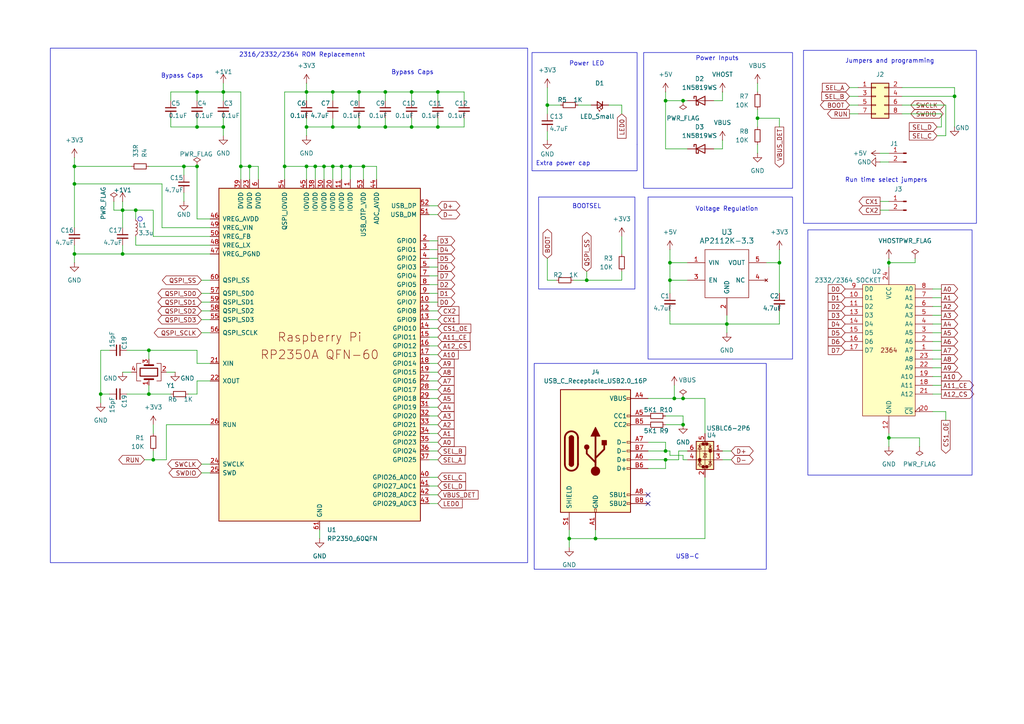
<source format=kicad_sch>
(kicad_sch (version 20250114) (generator "eeschema") (generator_version "9.0")
  (paper "A4")
  (title_block (title "One ROM") (date "2026-01-25") (rev "Fire 24 rev E") (company "piers.rocks") (comment 1 "(c) Piers Finlayson 2026"))
  (rectangle (start 234.315 66.675) (end 281.94 137.795))
  (circle (center 40.64 63.5) (radius 0.635))
  (rectangle (start 156.21 57.15) (end 184.15 83.82))
  (rectangle (start 184.785 41.91) (end 184.785 41.91))
  (rectangle (start 14.605 13.97) (end 153.035 163.195))
  (rectangle (start 154.94 105.41) (end 222.25 165.1))
  (rectangle (start 186.69 15.24) (end 229.87 54.61))
  (rectangle (start 233.045 14.605) (end 283.21 64.77))
  (rectangle (start 154.305 15.24) (end 184.785 49.53))
  (rectangle (start 187.96 57.15) (end 229.87 104.14))
  (text "Run time select jumpers" (at 257.048 52.324 0) (effects (font (size 1.27 1.27))))
  (text "Voltage Regulation" (at 210.82 60.706 0) (effects (font (size 1.27 1.27))))
  (text "Power Inputs" (at 208.026 17.018 0) (effects (font (size 1.27 1.27))))
  (text "USB-C" (at 199.39 161.544 0) (effects (font (size 1.27 1.27))))
  (text "Extra power cap" (at 163.322 47.498 0) (effects (font (size 1.27 1.27))))
  (text "2316/2332/2364 ROM Replacemennt" (at 87.63 16.002 0) (effects (font (size 1.27 1.27))))
  (text "Bypass Caps" (at 52.832 22.098 0) (effects (font (size 1.27 1.27))))
  (text "Power LED" (at 170.18 18.542 0) (effects (font (size 1.27 1.27))))
  (text "Bypass Caps" (at 119.634 21.082 0) (effects (font (size 1.27 1.27))))
  (text "BOOTSEL" (at 170.18 59.944 0) (effects (font (size 1.27 1.27))))
  (text "Jumpers and programming" (at 258.064 17.78 0) (effects (font (size 1.27 1.27))))
  (junction (at 35.56 60.96))
  (junction (at 193.04 133.35))
  (junction (at 21.59 48.26))
  (junction (at 21.59 73.66))
  (junction (at 104.14 36.83))
  (junction (at 198.12 123.19))
  (junction (at 104.14 26.67))
  (junction (at 82.55 48.26))
  (junction (at 96.52 36.83))
  (junction (at 257.81 127))
  (junction (at 219.71 34.29))
  (junction (at 72.39 48.26))
  (junction (at 119.38 26.67))
  (junction (at 57.15 36.83))
  (junction (at 43.18 114.3))
  (junction (at 111.76 36.83))
  (junction (at 29.21 114.3))
  (junction (at 170.18 81.28))
  (junction (at 35.56 73.66))
  (junction (at 69.85 48.26))
  (junction (at 64.77 26.67))
  (junction (at 165.1 156.21))
  (junction (at 257.81 76.2))
  (junction (at 194.31 76.2))
  (junction (at 193.04 130.81))
  (junction (at 96.52 48.26))
  (junction (at 88.9 26.67))
  (junction (at 57.15 26.67))
  (junction (at 105.41 48.26))
  (junction (at 91.44 48.26))
  (junction (at 210.82 93.98))
  (junction (at 99.06 48.26))
  (junction (at 21.59 53.34))
  (junction (at 101.6 48.26))
  (junction (at 88.9 48.26))
  (junction (at 158.75 30.48))
  (junction (at 194.31 81.28))
  (junction (at 93.98 48.26))
  (junction (at 53.34 48.26))
  (junction (at 44.45 133.35))
  (junction (at 198.12 115.57))
  (junction (at 127 26.67))
  (junction (at 195.58 115.57))
  (junction (at 88.9 36.83))
  (junction (at 193.04 29.21))
  (junction (at 127 36.83))
  (junction (at 96.52 26.67))
  (junction (at 119.38 36.83))
  (junction (at 39.37 60.96))
  (junction (at 64.77 36.83))
  (junction (at 111.76 26.67))
  (junction (at 198.12 29.21))
  (junction (at 172.72 156.21))
  (junction (at 226.06 76.2))
  (junction (at 57.15 48.26))
  (junction (at 276.86 27.94))
  (junction (at 43.18 101.6))
  (no_connect (at 187.96 146.05))
  (no_connect (at 187.96 143.51))
  (wire (pts (xy 226.06 76.2) (xy 226.06 85.09)))
  (wire (pts (xy 91.44 48.26) (xy 93.98 48.26)))
  (wire (pts (xy 180.34 30.48) (xy 180.34 33.02)))
  (wire (pts (xy 93.98 48.26) (xy 96.52 48.26)))
  (wire (pts (xy 265.43 76.2) (xy 257.81 76.2)))
  (wire (pts (xy 92.71 153.67) (xy 92.71 156.21)))
  (wire (pts (xy 44.45 68.58) (xy 60.96 68.58)))
  (wire (pts (xy 43.18 101.6) (xy 43.18 104.14)))
  (wire (pts (xy 104.14 29.21) (xy 104.14 26.67)))
  (wire (pts (xy 119.38 34.29) (xy 119.38 36.83)))
  (wire (pts (xy 270.51 96.52) (xy 273.05 96.52)))
  (wire (pts (xy 69.85 26.67) (xy 64.77 26.67)))
  (wire (pts (xy 58.42 92.71) (xy 60.96 92.71)))
  (wire (pts (xy 88.9 52.07) (xy 88.9 48.26)))
  (wire (pts (xy 165.1 153.67) (xy 165.1 156.21)))
  (wire (pts (xy 104.14 36.83) (xy 104.14 34.29)))
  (wire (pts (xy 246.38 30.48) (xy 248.92 30.48)))
  (wire (pts (xy 43.18 111.76) (xy 43.18 114.3)))
  (wire (pts (xy 187.96 128.27) (xy 193.04 128.27)))
  (wire (pts (xy 124.46 128.27) (xy 127 128.27)))
  (wire (pts (xy 219.71 24.13) (xy 219.71 26.67)))
  (wire (pts (xy 246.38 25.4) (xy 248.92 25.4)))
  (wire (pts (xy 194.31 93.98) (xy 210.82 93.98)))
  (wire (pts (xy 127 77.47) (xy 124.46 77.47)))
  (wire (pts (xy 49.53 26.67) (xy 49.53 29.21)))
  (wire (pts (xy 93.98 48.26) (xy 93.98 52.07)))
  (wire (pts (xy 99.06 48.26) (xy 99.06 52.07)))
  (wire (pts (xy 29.21 116.84) (xy 29.21 114.3)))
  (wire (pts (xy 101.6 52.07) (xy 101.6 48.26)))
  (wire (pts (xy 198.12 115.57) (xy 204.47 115.57)))
  (wire (pts (xy 21.59 48.26) (xy 21.59 53.34)))
  (wire (pts (xy 274.32 119.38) (xy 274.32 121.92)))
  (wire (pts (xy 209.55 26.67) (xy 209.55 29.21)))
  (wire (pts (xy 53.34 55.88) (xy 53.34 58.42)))
  (wire (pts (xy 127 146.05) (xy 124.46 146.05)))
  (wire (pts (xy 270.51 91.44) (xy 273.05 91.44)))
  (wire (pts (xy 119.38 26.67) (xy 127 26.67)))
  (wire (pts (xy 91.44 52.07) (xy 91.44 48.26)))
  (wire (pts (xy 57.15 36.83) (xy 64.77 36.83)))
  (wire (pts (xy 210.82 93.98) (xy 210.82 96.52)))
  (wire (pts (xy 276.86 27.94) (xy 276.86 25.4)))
  (wire (pts (xy 57.15 36.83) (xy 57.15 34.29)))
  (wire (pts (xy 246.38 27.94) (xy 248.92 27.94)))
  (wire (pts (xy 255.27 44.45) (xy 257.81 44.45)))
  (wire (pts (xy 35.56 60.96) (xy 35.56 66.04)))
  (wire (pts (xy 209.55 130.81) (xy 212.09 130.81)))
  (wire (pts (xy 196.85 130.81) (xy 199.39 130.81)))
  (wire (pts (xy 172.72 156.21) (xy 204.47 156.21)))
  (wire (pts (xy 187.96 115.57) (xy 195.58 115.57)))
  (wire (pts (xy 198.12 120.65) (xy 198.12 123.19)))
  (wire (pts (xy 57.15 110.49) (xy 60.96 110.49)))
  (wire (pts (xy 209.55 133.35) (xy 212.09 133.35)))
  (wire (pts (xy 158.75 30.48) (xy 158.75 33.02)))
  (wire (pts (xy 158.75 38.1) (xy 158.75 40.64)))
  (wire (pts (xy 198.12 133.35) (xy 199.39 133.35)))
  (wire (pts (xy 82.55 52.07) (xy 82.55 48.26)))
  (wire (pts (xy 58.42 96.52) (xy 60.96 96.52)))
  (wire (pts (xy 270.51 83.82) (xy 273.05 83.82)))
  (wire (pts (xy 39.37 71.12) (xy 39.37 68.58)))
  (wire (pts (xy 29.21 114.3) (xy 29.21 101.6)))
  (wire (pts (xy 273.05 36.83) (xy 273.05 33.02)))
  (wire (pts (xy 57.15 48.26) (xy 53.34 48.26)))
  (wire (pts (xy 104.14 26.67) (xy 111.76 26.67)))
  (wire (pts (xy 180.34 68.58) (xy 180.34 73.66)))
  (wire (pts (xy 96.52 34.29) (xy 96.52 36.83)))
  (wire (pts (xy 124.46 100.33) (xy 127 100.33)))
  (wire (pts (xy 36.83 114.3) (xy 43.18 114.3)))
  (wire (pts (xy 44.45 123.19) (xy 44.45 125.73)))
  (wire (pts (xy 46.99 53.34) (xy 21.59 53.34)))
  (wire (pts (xy 39.37 60.96) (xy 44.45 60.96)))
  (wire (pts (xy 57.15 26.67) (xy 64.77 26.67)))
  (wire (pts (xy 64.77 24.13) (xy 64.77 26.67)))
  (wire (pts (xy 226.06 93.98) (xy 226.06 90.17)))
  (wire (pts (xy 60.96 66.04) (xy 46.99 66.04)))
  (wire (pts (xy 74.93 48.26) (xy 72.39 48.26)))
  (wire (pts (xy 21.59 73.66) (xy 35.56 73.66)))
  (wire (pts (xy 158.75 25.4) (xy 158.75 30.48)))
  (wire (pts (xy 88.9 48.26) (xy 91.44 48.26)))
  (wire (pts (xy 127 69.85) (xy 124.46 69.85)))
  (wire (pts (xy 194.31 81.28) (xy 194.31 85.09)))
  (wire (pts (xy 35.56 71.12) (xy 35.56 73.66)))
  (wire (pts (xy 48.26 123.19) (xy 48.26 133.35)))
  (wire (pts (xy 127 138.43) (xy 124.46 138.43)))
  (wire (pts (xy 104.14 36.83) (xy 111.76 36.83)))
  (wire (pts (xy 124.46 95.25) (xy 127 95.25)))
  (wire (pts (xy 49.53 36.83) (xy 49.53 34.29)))
  (wire (pts (xy 35.56 107.95) (xy 38.1 107.95)))
  (wire (pts (xy 170.18 81.28) (xy 180.34 81.28)))
  (wire (pts (xy 255.27 46.99) (xy 257.81 46.99)))
  (wire (pts (xy 158.75 74.93) (xy 158.75 81.28)))
  (wire (pts (xy 270.51 88.9) (xy 273.05 88.9)))
  (wire (pts (xy 21.59 45.72) (xy 21.59 48.26)))
  (wire (pts (xy 222.25 76.2) (xy 226.06 76.2)))
  (wire (pts (xy 88.9 26.67) (xy 88.9 29.21)))
  (wire (pts (xy 119.38 36.83) (xy 127 36.83)))
  (wire (pts (xy 194.31 76.2) (xy 199.39 76.2)))
  (wire (pts (xy 53.34 48.26) (xy 53.34 50.8)))
  (wire (pts (xy 111.76 36.83) (xy 119.38 36.83)))
  (wire (pts (xy 219.71 34.29) (xy 226.06 34.29)))
  (wire (pts (xy 43.18 48.26) (xy 53.34 48.26)))
  (wire (pts (xy 193.04 29.21) (xy 193.04 43.18)))
  (wire (pts (xy 21.59 71.12) (xy 21.59 73.66)))
  (wire (pts (xy 58.42 87.63) (xy 60.96 87.63)))
  (wire (pts (xy 44.45 133.35) (xy 41.91 133.35)))
  (wire (pts (xy 261.62 27.94) (xy 276.86 27.94)))
  (wire (pts (xy 124.46 92.71) (xy 127 92.71)))
  (wire (pts (xy 29.21 101.6) (xy 31.75 101.6)))
  (wire (pts (xy 21.59 48.26) (xy 38.1 48.26)))
  (wire (pts (xy 219.71 41.91) (xy 219.71 44.45)))
  (wire (pts (xy 29.21 114.3) (xy 31.75 114.3)))
  (wire (pts (xy 158.75 81.28) (xy 161.29 81.28)))
  (wire (pts (xy 219.71 34.29) (xy 219.71 36.83)))
  (wire (pts (xy 35.56 73.66) (xy 60.96 73.66)))
  (wire (pts (xy 124.46 62.23) (xy 127 62.23)))
  (wire (pts (xy 64.77 26.67) (xy 64.77 29.21)))
  (wire (pts (xy 39.37 60.96) (xy 35.56 60.96)))
  (wire (pts (xy 194.31 76.2) (xy 194.31 81.28)))
  (wire (pts (xy 88.9 36.83) (xy 88.9 34.29)))
  (wire (pts (xy 127 140.97) (xy 124.46 140.97)))
  (wire (pts (xy 195.58 115.57) (xy 195.58 111.76)))
  (wire (pts (xy 124.46 59.69) (xy 127 59.69)))
  (wire (pts (xy 196.85 133.35) (xy 196.85 130.81)))
  (wire (pts (xy 255.27 60.96) (xy 257.81 60.96)))
  (wire (pts (xy 127 118.11) (xy 124.46 118.11)))
  (wire (pts (xy 21.59 73.66) (xy 21.59 76.2)))
  (wire (pts (xy 88.9 26.67) (xy 96.52 26.67)))
  (wire (pts (xy 195.58 115.57) (xy 198.12 115.57)))
  (wire (pts (xy 187.96 133.35) (xy 193.04 133.35)))
  (wire (pts (xy 39.37 60.96) (xy 39.37 63.5)))
  (wire (pts (xy 44.45 60.96) (xy 44.45 68.58)))
  (wire (pts (xy 124.46 107.95) (xy 127 107.95)))
  (wire (pts (xy 104.14 26.67) (xy 96.52 26.67)))
  (wire (pts (xy 58.42 134.62) (xy 60.96 134.62)))
  (wire (pts (xy 105.41 48.26) (xy 105.41 52.07)))
  (wire (pts (xy 180.34 30.48) (xy 176.53 30.48)))
  (wire (pts (xy 127 143.51) (xy 124.46 143.51)))
  (wire (pts (xy 88.9 24.13) (xy 88.9 26.67)))
  (wire (pts (xy 124.46 90.17) (xy 127 90.17)))
  (wire (pts (xy 48.26 133.35) (xy 44.45 133.35)))
  (wire (pts (xy 166.37 81.28) (xy 170.18 81.28)))
  (wire (pts (xy 127 26.67) (xy 134.62 26.67)))
  (wire (pts (xy 194.31 90.17) (xy 194.31 93.98)))
  (wire (pts (xy 127 36.83) (xy 134.62 36.83)))
  (wire (pts (xy 226.06 72.39) (xy 226.06 76.2)))
  (wire (pts (xy 124.46 113.03) (xy 127 113.03)))
  (wire (pts (xy 187.96 135.89) (xy 193.04 135.89)))
  (wire (pts (xy 82.55 26.67) (xy 82.55 48.26)))
  (wire (pts (xy 193.04 29.21) (xy 198.12 29.21)))
  (wire (pts (xy 276.86 25.4) (xy 261.62 25.4)))
  (wire (pts (xy 270.51 109.22) (xy 273.05 109.22)))
  (wire (pts (xy 124.46 102.87) (xy 127 102.87)))
  (wire (pts (xy 127 26.67) (xy 127 29.21)))
  (wire (pts (xy 57.15 101.6) (xy 57.15 105.41)))
  (wire (pts (xy 58.42 90.17) (xy 60.96 90.17)))
  (wire (pts (xy 270.51 119.38) (xy 274.32 119.38)))
  (wire (pts (xy 57.15 26.67) (xy 49.53 26.67)))
  (wire (pts (xy 193.04 133.35) (xy 196.85 133.35)))
  (wire (pts (xy 193.04 135.89) (xy 193.04 133.35)))
  (wire (pts (xy 210.82 93.98) (xy 226.06 93.98)))
  (wire (pts (xy 101.6 48.26) (xy 105.41 48.26)))
  (wire (pts (xy 36.83 101.6) (xy 43.18 101.6)))
  (wire (pts (xy 54.61 114.3) (xy 57.15 114.3)))
  (wire (pts (xy 49.53 36.83) (xy 57.15 36.83)))
  (wire (pts (xy 246.38 33.02) (xy 248.92 33.02)))
  (wire (pts (xy 134.62 26.67) (xy 134.62 29.21)))
  (wire (pts (xy 274.32 39.37) (xy 274.32 30.48)))
  (wire (pts (xy 270.51 93.98) (xy 273.05 93.98)))
  (wire (pts (xy 82.55 26.67) (xy 88.9 26.67)))
  (wire (pts (xy 270.51 111.76) (xy 273.05 111.76)))
  (wire (pts (xy 44.45 130.81) (xy 44.45 133.35)))
  (wire (pts (xy 119.38 26.67) (xy 119.38 29.21)))
  (wire (pts (xy 127 120.65) (xy 124.46 120.65)))
  (wire (pts (xy 72.39 48.26) (xy 69.85 48.26)))
  (wire (pts (xy 33.02 58.42) (xy 33.02 60.96)))
  (wire (pts (xy 35.56 58.42) (xy 35.56 60.96)))
  (wire (pts (xy 64.77 36.83) (xy 64.77 34.29)))
  (wire (pts (xy 219.71 31.75) (xy 219.71 34.29)))
  (wire (pts (xy 96.52 26.67) (xy 96.52 29.21)))
  (wire (pts (xy 270.51 101.6) (xy 273.05 101.6)))
  (wire (pts (xy 134.62 34.29) (xy 134.62 36.83)))
  (wire (pts (xy 276.86 27.94) (xy 276.86 36.83)))
  (wire (pts (xy 127 85.09) (xy 124.46 85.09)))
  (wire (pts (xy 257.81 125.73) (xy 257.81 127)))
  (wire (pts (xy 82.55 48.26) (xy 88.9 48.26)))
  (wire (pts (xy 33.02 60.96) (xy 35.56 60.96)))
  (wire (pts (xy 266.7 129.54) (xy 266.7 127)))
  (wire (pts (xy 105.41 48.26) (xy 109.22 48.26)))
  (wire (pts (xy 270.51 104.14) (xy 273.05 104.14)))
  (wire (pts (xy 57.15 105.41) (xy 60.96 105.41)))
  (wire (pts (xy 198.12 29.21) (xy 199.39 29.21)))
  (wire (pts (xy 271.78 39.37) (xy 274.32 39.37)))
  (wire (pts (xy 261.62 30.48) (xy 274.32 30.48)))
  (wire (pts (xy 194.31 130.81) (xy 194.31 132.08)))
  (wire (pts (xy 43.18 101.6) (xy 57.15 101.6)))
  (wire (pts (xy 209.55 40.64) (xy 209.55 43.18)))
  (wire (pts (xy 193.04 130.81) (xy 194.31 130.81)))
  (wire (pts (xy 193.04 120.65) (xy 198.12 120.65)))
  (wire (pts (xy 124.46 130.81) (xy 127 130.81)))
  (wire (pts (xy 96.52 36.83) (xy 104.14 36.83)))
  (wire (pts (xy 194.31 132.08) (xy 198.12 132.08)))
  (wire (pts (xy 209.55 29.21) (xy 207.01 29.21)))
  (wire (pts (xy 88.9 36.83) (xy 88.9 39.37)))
  (wire (pts (xy 124.46 105.41) (xy 127 105.41)))
  (wire (pts (xy 57.15 114.3) (xy 57.15 110.49)))
  (wire (pts (xy 180.34 78.74) (xy 180.34 81.28)))
  (wire (pts (xy 124.46 125.73) (xy 127 125.73)))
  (wire (pts (xy 193.04 128.27) (xy 193.04 130.81)))
  (wire (pts (xy 270.51 86.36) (xy 273.05 86.36)))
  (wire (pts (xy 266.7 127) (xy 257.81 127)))
  (wire (pts (xy 261.62 33.02) (xy 273.05 33.02)))
  (wire (pts (xy 257.81 74.93) (xy 257.81 76.2)))
  (wire (pts (xy 21.59 53.34) (xy 21.59 66.04)))
  (wire (pts (xy 124.46 115.57) (xy 127 115.57)))
  (wire (pts (xy 69.85 52.07) (xy 69.85 48.26)))
  (wire (pts (xy 226.06 34.29) (xy 226.06 36.83)))
  (wire (pts (xy 158.75 30.48) (xy 162.56 30.48)))
  (wire (pts (xy 265.43 74.93) (xy 265.43 76.2)))
  (wire (pts (xy 210.82 91.44) (xy 210.82 93.98)))
  (wire (pts (xy 257.81 76.2) (xy 257.81 77.47)))
  (wire (pts (xy 111.76 26.67) (xy 111.76 29.21)))
  (wire (pts (xy 60.96 71.12) (xy 39.37 71.12)))
  (wire (pts (xy 165.1 156.21) (xy 172.72 156.21)))
  (wire (pts (xy 43.18 114.3) (xy 49.53 114.3)))
  (wire (pts (xy 194.31 81.28) (xy 199.39 81.28)))
  (wire (pts (xy 209.55 43.18) (xy 207.01 43.18)))
  (wire (pts (xy 58.42 137.16) (xy 60.96 137.16)))
  (wire (pts (xy 193.04 43.18) (xy 199.39 43.18)))
  (wire (pts (xy 72.39 52.07) (xy 72.39 48.26)))
  (wire (pts (xy 271.78 36.83) (xy 273.05 36.83)))
  (wire (pts (xy 96.52 48.26) (xy 99.06 48.26)))
  (wire (pts (xy 127 87.63) (xy 124.46 87.63)))
  (wire (pts (xy 257.81 127) (xy 257.81 129.54)))
  (wire (pts (xy 127 123.19) (xy 124.46 123.19)))
  (wire (pts (xy 270.51 106.68) (xy 273.05 106.68)))
  (wire (pts (xy 187.96 130.81) (xy 193.04 130.81)))
  (wire (pts (xy 124.46 133.35) (xy 127 133.35)))
  (wire (pts (xy 127 82.55) (xy 124.46 82.55)))
  (wire (pts (xy 204.47 156.21) (xy 204.47 138.43)))
  (wire (pts (xy 48.26 123.19) (xy 60.96 123.19)))
  (wire (pts (xy 57.15 63.5) (xy 57.15 48.26)))
  (wire (pts (xy 255.27 58.42) (xy 257.81 58.42)))
  (wire (pts (xy 69.85 48.26) (xy 69.85 26.67)))
  (wire (pts (xy 60.96 63.5) (xy 57.15 63.5)))
  (wire (pts (xy 270.51 114.3) (xy 273.05 114.3)))
  (wire (pts (xy 48.26 107.95) (xy 50.8 107.95)))
  (wire (pts (xy 198.12 132.08) (xy 198.12 133.35)))
  (wire (pts (xy 193.04 123.19) (xy 198.12 123.19)))
  (wire (pts (xy 124.46 110.49) (xy 127 110.49)))
  (wire (pts (xy 64.77 36.83) (xy 64.77 39.37)))
  (wire (pts (xy 109.22 52.07) (xy 109.22 48.26)))
  (wire (pts (xy 193.04 26.67) (xy 193.04 29.21)))
  (wire (pts (xy 124.46 97.79) (xy 127 97.79)))
  (wire (pts (xy 111.76 26.67) (xy 119.38 26.67)))
  (wire (pts (xy 57.15 26.67) (xy 57.15 29.21)))
  (wire (pts (xy 96.52 52.07) (xy 96.52 48.26)))
  (wire (pts (xy 127 34.29) (xy 127 36.83)))
  (wire (pts (xy 165.1 156.21) (xy 165.1 158.75)))
  (wire (pts (xy 99.06 48.26) (xy 101.6 48.26)))
  (wire (pts (xy 270.51 99.06) (xy 273.05 99.06)))
  (wire (pts (xy 111.76 34.29) (xy 111.76 36.83)))
  (wire (pts (xy 46.99 66.04) (xy 46.99 53.34)))
  (wire (pts (xy 127 80.01) (xy 124.46 80.01)))
  (wire (pts (xy 58.42 81.28) (xy 60.96 81.28)))
  (wire (pts (xy 172.72 156.21) (xy 172.72 153.67)))
  (wire (pts (xy 204.47 115.57) (xy 204.47 125.73)))
  (wire (pts (xy 127 74.93) (xy 124.46 74.93)))
  (wire (pts (xy 167.64 30.48) (xy 171.45 30.48)))
  (wire (pts (xy 74.93 52.07) (xy 74.93 48.26)))
  (wire (pts (xy 194.31 72.39) (xy 194.31 76.2)))
  (wire (pts (xy 58.42 85.09) (xy 60.96 85.09)))
  (wire (pts (xy 170.18 78.74) (xy 170.18 81.28)))
  (wire (pts (xy 127 72.39) (xy 124.46 72.39)))
  (wire (pts (xy 96.52 36.83) (xy 88.9 36.83)))
  (global_label "A9" (shape output) (at 273.05 106.68 0) (property "Intersheetrefs" "${INTERSHEET_REFS}" (effects (hide yes))))
  (global_label "BOOT" (shape bidirectional) (at 246.38 30.48 180) (property "Intersheetrefs" "${INTERSHEET_REFS}" (effects (hide yes))))
  (global_label "SWCLK" (shape bidirectional) (at 58.42 134.62 180) (property "Intersheetrefs" "${INTERSHEET_REFS}" (effects (hide yes))))
  (global_label "SWDIO" (shape bidirectional) (at 264.16 33.02 0) (property "Intersheetrefs" "${INTERSHEET_REFS}" (effects (hide yes))))
  (global_label "A7" (shape input) (at 127 110.49 0) (property "Intersheetrefs" "${INTERSHEET_REFS}" (effects (hide yes))))
  (global_label "A11_CE" (shape input) (at 127 97.79 0) (property "Intersheetrefs" "${INTERSHEET_REFS}" (effects (hide yes))))
  (global_label "D+" (shape bidirectional) (at 212.09 130.81 0) (property "Intersheetrefs" "${INTERSHEET_REFS}" (effects (hide yes))))
  (global_label "A2" (shape output) (at 273.05 88.9 0) (property "Intersheetrefs" "${INTERSHEET_REFS}" (effects (hide yes))))
  (global_label "D6" (shape input) (at 245.11 99.06 180) (property "Intersheetrefs" "${INTERSHEET_REFS}" (effects (hide yes))))
  (global_label "D0" (shape input) (at 245.11 83.82 180) (property "Intersheetrefs" "${INTERSHEET_REFS}" (effects (hide yes))))
  (global_label "A0" (shape output) (at 273.05 83.82 0) (property "Intersheetrefs" "${INTERSHEET_REFS}" (effects (hide yes))))
  (global_label "QSPI_SD1" (shape bidirectional) (at 58.42 87.63 180) (property "Intersheetrefs" "${INTERSHEET_REFS}" (effects (hide yes))))
  (global_label "QSPI_SS" (shape bidirectional) (at 170.18 78.74 90) (property "Intersheetrefs" "${INTERSHEET_REFS}" (effects (hide yes))))
  (global_label "VBUS_DET" (shape input) (at 127 143.51 0) (property "Intersheetrefs" "${INTERSHEET_REFS}" (effects (hide yes))))
  (global_label "D2" (shape input) (at 245.11 88.9 180) (property "Intersheetrefs" "${INTERSHEET_REFS}" (effects (hide yes))))
  (global_label "A1" (shape output) (at 273.05 86.36 0) (property "Intersheetrefs" "${INTERSHEET_REFS}" (effects (hide yes))))
  (global_label "QSPI_SD3" (shape bidirectional) (at 58.42 92.71 180) (property "Intersheetrefs" "${INTERSHEET_REFS}" (effects (hide yes))))
  (global_label "D1" (shape input) (at 245.11 86.36 180) (property "Intersheetrefs" "${INTERSHEET_REFS}" (effects (hide yes))))
  (global_label "D7" (shape output) (at 127 80.01 0) (property "Intersheetrefs" "${INTERSHEET_REFS}" (effects (hide yes))))
  (global_label "SEL_D" (shape input) (at 271.78 36.83 180) (property "Intersheetrefs" "${INTERSHEET_REFS}" (effects (hide yes))))
  (global_label "QSPI_SD0" (shape bidirectional) (at 58.42 85.09 180) (property "Intersheetrefs" "${INTERSHEET_REFS}" (effects (hide yes))))
  (global_label "A3" (shape output) (at 273.05 91.44 0) (property "Intersheetrefs" "${INTERSHEET_REFS}" (effects (hide yes))))
  (global_label "A6" (shape output) (at 273.05 99.06 0) (property "Intersheetrefs" "${INTERSHEET_REFS}" (effects (hide yes))))
  (global_label "SEL_B" (shape input) (at 127 130.81 0) (property "Intersheetrefs" "${INTERSHEET_REFS}" (effects (hide yes))))
  (global_label "A6" (shape input) (at 127 113.03 0) (property "Intersheetrefs" "${INTERSHEET_REFS}" (effects (hide yes))))
  (global_label "D3" (shape output) (at 127 69.85 0) (property "Intersheetrefs" "${INTERSHEET_REFS}" (effects (hide yes))))
  (global_label "CX1" (shape input) (at 127 92.71 0) (property "Intersheetrefs" "${INTERSHEET_REFS}" (effects (hide yes))))
  (global_label "D0" (shape output) (at 127 87.63 0) (property "Intersheetrefs" "${INTERSHEET_REFS}" (effects (hide yes))))
  (global_label "D5" (shape output) (at 127 74.93 0) (property "Intersheetrefs" "${INTERSHEET_REFS}" (effects (hide yes))))
  (global_label "SWDIO" (shape bidirectional) (at 58.42 137.16 180) (property "Intersheetrefs" "${INTERSHEET_REFS}" (effects (hide yes))))
  (global_label "A12_CS" (shape input) (at 127 100.33 0) (property "Intersheetrefs" "${INTERSHEET_REFS}" (effects (hide yes))))
  (global_label "SEL_C" (shape input) (at 127 138.43 0) (property "Intersheetrefs" "${INTERSHEET_REFS}" (effects (hide yes))))
  (global_label "D-" (shape bidirectional) (at 127 62.23 0) (property "Intersheetrefs" "${INTERSHEET_REFS}" (effects (hide yes))))
  (global_label "A4" (shape output) (at 273.05 93.98 0) (property "Intersheetrefs" "${INTERSHEET_REFS}" (effects (hide yes))))
  (global_label "A9" (shape input) (at 127 105.41 0) (property "Intersheetrefs" "${INTERSHEET_REFS}" (effects (hide yes))))
  (global_label "A10" (shape input) (at 127 102.87 0) (property "Intersheetrefs" "${INTERSHEET_REFS}" (effects (hide yes))))
  (global_label "SEL_B" (shape input) (at 246.38 27.94 180) (property "Intersheetrefs" "${INTERSHEET_REFS}" (effects (hide yes))))
  (global_label "QSPI_SS" (shape bidirectional) (at 58.42 81.28 180) (property "Intersheetrefs" "${INTERSHEET_REFS}" (effects (hide yes))))
  (global_label "CX2" (shape output) (at 255.27 60.96 180) (property "Intersheetrefs" "${INTERSHEET_REFS}" (effects (hide yes))))
  (global_label "CX2" (shape input) (at 127 90.17 0) (property "Intersheetrefs" "${INTERSHEET_REFS}" (effects (hide yes))))
  (global_label "D7" (shape input) (at 245.11 101.6 180) (property "Intersheetrefs" "${INTERSHEET_REFS}" (effects (hide yes))))
  (global_label "RUN" (shape output) (at 246.38 33.02 180) (property "Intersheetrefs" "${INTERSHEET_REFS}" (effects (hide yes))))
  (global_label "D-" (shape bidirectional) (at 212.09 133.35 0) (property "Intersheetrefs" "${INTERSHEET_REFS}" (effects (hide yes))))
  (global_label "D4" (shape input) (at 245.11 93.98 180) (property "Intersheetrefs" "${INTERSHEET_REFS}" (effects (hide yes))))
  (global_label "A1" (shape input) (at 127 125.73 0) (property "Intersheetrefs" "${INTERSHEET_REFS}" (effects (hide yes))))
  (global_label "A7" (shape output) (at 273.05 101.6 0) (property "Intersheetrefs" "${INTERSHEET_REFS}" (effects (hide yes))))
  (global_label "SEL_A" (shape input) (at 127 133.35 0) (property "Intersheetrefs" "${INTERSHEET_REFS}" (effects (hide yes))))
  (global_label "D2" (shape output) (at 127 82.55 0) (property "Intersheetrefs" "${INTERSHEET_REFS}" (effects (hide yes))))
  (global_label "D+" (shape bidirectional) (at 127 59.69 0) (property "Intersheetrefs" "${INTERSHEET_REFS}" (effects (hide yes))))
  (global_label "LED0" (shape input) (at 180.34 33.02 270) (property "Intersheetrefs" "${INTERSHEET_REFS}" (effects (hide yes))))
  (global_label "A5" (shape input) (at 127 115.57 0) (property "Intersheetrefs" "${INTERSHEET_REFS}" (effects (hide yes))))
  (global_label "CX1" (shape output) (at 255.27 58.42 180) (property "Intersheetrefs" "${INTERSHEET_REFS}" (effects (hide yes))))
  (global_label "A0" (shape input) (at 127 128.27 0) (property "Intersheetrefs" "${INTERSHEET_REFS}" (effects (hide yes))))
  (global_label "BOOT" (shape bidirectional) (at 158.75 74.93 90) (property "Intersheetrefs" "${INTERSHEET_REFS}" (effects (hide yes))))
  (global_label "LED0" (shape input) (at 127 146.05 0) (property "Intersheetrefs" "${INTERSHEET_REFS}" (effects (hide yes))))
  (global_label "SWCLK" (shape bidirectional) (at 264.16 30.48 0) (property "Intersheetrefs" "${INTERSHEET_REFS}" (effects (hide yes))))
  (global_label "QSPI_SD2" (shape bidirectional) (at 58.42 90.17 180) (property "Intersheetrefs" "${INTERSHEET_REFS}" (effects (hide yes))))
  (global_label "A5" (shape output) (at 273.05 96.52 0) (property "Intersheetrefs" "${INTERSHEET_REFS}" (effects (hide yes))))
  (global_label "A2" (shape input) (at 127 123.19 0) (property "Intersheetrefs" "${INTERSHEET_REFS}" (effects (hide yes))))
  (global_label "D1" (shape output) (at 127 85.09 0) (property "Intersheetrefs" "${INTERSHEET_REFS}" (effects (hide yes))))
  (global_label "A8" (shape output) (at 273.05 104.14 0) (property "Intersheetrefs" "${INTERSHEET_REFS}" (effects (hide yes))))
  (global_label "D4" (shape output) (at 127 72.39 0) (property "Intersheetrefs" "${INTERSHEET_REFS}" (effects (hide yes))))
  (global_label "A12_CS" (shape output) (at 273.05 114.3 0) (property "Intersheetrefs" "${INTERSHEET_REFS}" (effects (hide yes))))
  (global_label "SEL_C" (shape input) (at 271.78 39.37 180) (property "Intersheetrefs" "${INTERSHEET_REFS}" (effects (hide yes))))
  (global_label "A10" (shape output) (at 273.05 109.22 0) (property "Intersheetrefs" "${INTERSHEET_REFS}" (effects (hide yes))))
  (global_label "CS1_OE" (shape output) (at 274.32 121.92 270) (property "Intersheetrefs" "${INTERSHEET_REFS}" (effects (hide yes))))
  (global_label "RUN" (shape bidirectional) (at 41.91 133.35 180) (property "Intersheetrefs" "${INTERSHEET_REFS}" (effects (hide yes))))
  (global_label "SEL_A" (shape input) (at 246.38 25.4 180) (property "Intersheetrefs" "${INTERSHEET_REFS}" (effects (hide yes))))
  (global_label "A11_CE" (shape output) (at 273.05 111.76 0) (property "Intersheetrefs" "${INTERSHEET_REFS}" (effects (hide yes))))
  (global_label "VBUS_DET" (shape output) (at 226.06 36.83 270) (property "Intersheetrefs" "${INTERSHEET_REFS}" (effects (hide yes))))
  (global_label "D6" (shape output) (at 127 77.47 0) (property "Intersheetrefs" "${INTERSHEET_REFS}" (effects (hide yes))))
  (global_label "CS1_OE" (shape input) (at 127 95.25 0) (property "Intersheetrefs" "${INTERSHEET_REFS}" (effects (hide yes))))
  (global_label "QSPI_SCLK" (shape bidirectional) (at 58.42 96.52 180) (property "Intersheetrefs" "${INTERSHEET_REFS}" (effects (hide yes))))
  (global_label "A4" (shape input) (at 127 118.11 0) (property "Intersheetrefs" "${INTERSHEET_REFS}" (effects (hide yes))))
  (global_label "D5" (shape input) (at 245.11 96.52 180) (property "Intersheetrefs" "${INTERSHEET_REFS}" (effects (hide yes))))
  (global_label "SEL_D" (shape input) (at 127 140.97 0) (property "Intersheetrefs" "${INTERSHEET_REFS}" (effects (hide yes))))
  (global_label "A3" (shape input) (at 127 120.65 0) (property "Intersheetrefs" "${INTERSHEET_REFS}" (effects (hide yes))))
  (global_label "D3" (shape input) (at 245.11 91.44 180) (property "Intersheetrefs" "${INTERSHEET_REFS}" (effects (hide yes))))
  (global_label "A8" (shape input) (at 127 107.95 0) (property "Intersheetrefs" "${INTERSHEET_REFS}" (effects (hide yes))))
  (symbol (lib_id "power:GND") (at 53.34 58.42 0) (unit 1)
    (property "Reference" "#PWR025" (effects (hide yes)))
    (property "Value" "GND" (at 53.34 62.23 0))
    (property "Description" "Power symbol creates a global label with name \"GND\" , ground" (effects (hide yes)))
  )
  (symbol (lib_id "Device:R_Small") (at 163.83 81.28 90) (unit 1)
    (property "Reference" "R2" (at 161.798 79.756 90))
    (property "Value" "1K" (at 166.37 79.756 90))
    (property "Footprint" "Resistor_SMD:R_0201_0603Metric" (effects (hide yes)))
    (property "Description" "Resistor, small symbol" (effects (hide yes)))
    (property "Comment" "0201WMF1001TEE" (effects (hide yes)))
    (property "LCSC" "C270365" (effects (hide yes)))
    (property "Price(10)" "$0.0007" (effects (hide yes)))
  )
  (symbol (lib_id "Device:C_Small") (at 21.59 68.58 0) (mirror y) (unit 1)
    (property "Reference" "C16" (at 17.526 66.802 0) (effects (justify right)))
    (property "Value" "4.7uF" (at 16.002 70.358 0) (effects (justify right)))
    (property "Footprint" "RP2350_60QFN_minimal:C_0402_1005Metric_small_pads" (effects (hide yes)))
    (property "Description" "Unpolarized capacitor, small symbol" (effects (hide yes)))
    (property "Comment" "Samsung Electro-Mechanics CL05A475MP5NRNC" (effects (hide yes)))
    (property "LCSC" "C23733" (effects (hide yes)))
    (property "Price(10)" "$0.0048" (effects (hide yes)))
  )
  (symbol (lib_id "power:GND") (at 276.86 36.83 0) (unit 1)
    (property "Reference" "#PWR012" (effects (hide yes)))
    (property "Value" "GND" (at 279.146 37.084 0))
    (property "Description" "Power symbol creates a global label with name \"GND\" , ground" (effects (hide yes)))
  )
  (symbol (lib_id "Device:C_Small") (at 134.62 31.75 0) (mirror y) (unit 1)
    (property "Reference" "C12" (at 131.826 29.972 0) (effects (justify right)))
    (property "Value" "0.1uF" (at 129.794 33.528 0) (effects (justify right)))
    (property "Footprint" "Capacitor_SMD:C_0201_0603Metric" (effects (hide yes)))
    (property "Description" "Unpolarized capacitor, small symbol" (effects (hide yes)))
    (property "Comment" "GRM033Z71C104KE14D" (effects (hide yes)))
    (property "LCSC" "C668346" (effects (hide yes)))
    (property "Price(10)" "$0.0061" (effects (hide yes)))
  )
  (symbol (lib_id "Device:C_Small") (at 88.9 31.75 0) (mirror y) (unit 1)
    (property "Reference" "C6" (at 86.106 29.972 0) (effects (justify right)))
    (property "Value" "0.1uF" (at 84.074 33.528 0) (effects (justify right)))
    (property "Footprint" "Capacitor_SMD:C_0201_0603Metric" (effects (hide yes)))
    (property "Description" "Unpolarized capacitor, small symbol" (effects (hide yes)))
    (property "Comment" "GRM033Z71C104KE14D" (effects (hide yes)))
    (property "LCSC" "C668346" (effects (hide yes)))
    (property "Price(10)" "$0.0061" (effects (hide yes)))
  )
  (symbol (lib_id "power:GND") (at 29.21 116.84 0) (unit 1)
    (property "Reference" "#PWR029" (effects (hide yes)))
    (property "Value" "GND" (at 29.21 121.92 0))
    (property "Description" "Power symbol creates a global label with name \"GND\" , ground" (effects (hide yes)))
  )
  (symbol (lib_id "power:PWR_FLAG") (at 265.43 74.93 0) (unit 1)
    (property "Reference" "#FLG01" (effects (hide yes)))
    (property "Value" "PWR_FLAG" (at 265.43 69.85 0))
    (property "Description" "Special symbol for telling ERC where power comes from" (effects (hide yes)))
  )
  (symbol (lib_id "Device:LED_Small") (at 173.99 30.48 180) (unit 1)
    (property "Reference" "D1" (at 173.9265 24.13 0))
    (property "Value" "LED_Small" (at 173.228 33.782 0))
    (property "Footprint" "LED_SMD:LED_0402_1005Metric" (effects (hide yes)))
    (property "Description" "Light emitting diode, small symbol" (effects (hide yes)))
    (property "Comment" "XL-1005SURC" (effects (hide yes)))
    (property "LCSC" "C25503345" (effects (hide yes)))
    (property "Price(10)" "$0.0084" (effects (hide yes)))
  )
  (symbol (lib_id "Connector_Generic:Conn_02x04_Odd_Even") (at 254 27.94 0) (unit 1)
    (property "Reference" "J2" (at 255.27 21.59 0))
    (property "Value" "Conn_02x04_Odd_Even" (effects (hide yes)))
    (property "Footprint" "piers footprints:PinHeader_2x04_P2.54mm_Vertical custom silkscreen" (effects (hide yes)))
    (property "Description" "Generic connector, double row, 02x04, odd/even pin numbering scheme (row 1 odd numbers, row 2 even numbers), script generated (kicad-library-utils/schlib/autogen/connector/)" (effects (hide yes)))
  )
  (symbol (lib_id "Connector:Conn_01x02_Pin") (at 262.89 58.42 0) (mirror y) (unit 1)
    (property "Reference" "J3" (at 259.334 54.864 0) (effects (justify right)))
    (property "Value" "Conn_01x02_Pin" (effects (hide yes)))
    (property "Footprint" "Connector_PinHeader_2.54mm:PinHeader_1x02_P2.54mm_Vertical" (effects (hide yes)))
    (property "Description" "Generic connector, single row, 01x02, script generated" (effects (hide yes)))
  )
  (symbol (lib_id "Device:C_Small") (at 49.53 31.75 0) (unit 1)
    (property "Reference" "C5" (at 52.324 29.972 0) (effects (justify right)))
    (property "Value" "0.1uF" (at 54.356 33.528 0) (effects (justify right)))
    (property "Footprint" "Capacitor_SMD:C_0201_0603Metric" (effects (hide yes)))
    (property "Description" "Unpolarized capacitor, small symbol" (effects (hide yes)))
    (property "Comment" "GRM033Z71C104KE14D" (effects (hide yes)))
    (property "LCSC" "C668346" (effects (hide yes)))
    (property "Price(10)" "$0.0061" (effects (hide yes)))
  )
  (symbol (lib_id "RP:RP2350_60QFN") (at 92.71 102.87 0) (unit 1)
    (property "Reference" "U1" (at 94.8533 153.67 0) (effects (justify left)))
    (property "Value" "RP2350_60QFN" (at 94.8533 156.21 0) (effects (justify left)))
    (property "Footprint" "RP2350_60QFN_minimal:RP2350-QFN-60-1EP_7x7_P0.4mm_EP3.4x3.4mm_ThermalVias" (effects (hide yes)))
    (property "LCSC" " C41378174" (effects (hide yes)))
    (property "Comment" "Raspberry Pi RP2354A" (effects (hide yes)))
    (property "Price(10)" "$1.4483" (effects (hide yes)))
  )
  (symbol (lib_id "power:GND") (at 219.71 44.45 0) (unit 1)
    (property "Reference" "#PWR03" (effects (hide yes)))
    (property "Value" "GND" (at 219.71 49.53 0))
    (property "Description" "Power symbol creates a global label with name \"GND\" , ground" (effects (hide yes)))
  )
  (symbol (lib_id "Device:C_Small") (at 96.52 31.75 0) (unit 1)
    (property "Reference" "C7" (at 95.758 29.972 0) (effects (justify right)))
    (property "Value" "4.7uF" (at 95.504 33.528 0) (effects (justify right)))
    (property "Footprint" "Capacitor_SMD:C_0402_1005Metric" (effects (hide yes)))
    (property "Description" "Unpolarized capacitor, small symbol" (effects (hide yes)))
    (property "Comment" "Samsung Electro-Mechanics CL05A475MP5NRNC" (effects (hide yes)))
    (property "LCSC" "C23733" (effects (hide yes)))
    (property "Price(10)" "$0.0048" (effects (hide yes)))
  )
  (symbol (lib_id "power:+3V3") (at 180.34 68.58 0) (unit 1)
    (property "Reference" "#PWR021" (effects (hide yes)))
    (property "Value" "+3V3" (at 180.34 63.5 0))
    (property "Description" "Power symbol creates a global label with name \"+3V3\"" (effects (hide yes)))
  )
  (symbol (lib_id "power:GND") (at 21.59 76.2 0) (unit 1)
    (property "Reference" "#PWR024" (effects (hide yes)))
    (property "Value" "GND" (at 21.59 81.28 0))
    (property "Description" "Power symbol creates a global label with name \"GND\" , ground" (effects (hide yes)))
  )
  (symbol (lib_id "Device:R_Small") (at 190.5 120.65 270) (mirror x) (unit 1)
    (property "Reference" "R10" (at 191.262 118.872 90) (effects (justify left)))
    (property "Value" "5K1" (at 186.69 118.872 90) (effects (justify left)))
    (property "Footprint" "Resistor_SMD:R_0201_0603Metric" (effects (hide yes)))
    (property "Description" "Resistor, small symbol" (effects (hide yes)))
    (property "Comment" "0201WMF5101TEE" (effects (hide yes)))
    (property "LCSC" "C270344" (effects (hide yes)))
    (property "Price(10)" "$0.0008" (effects (hide yes)))
  )
  (symbol (lib_id "power:GND") (at 165.1 158.75 0) (unit 1)
    (property "Reference" "#PWR010" (effects (hide yes)))
    (property "Value" "GND" (at 165.1 163.83 0))
    (property "Description" "Power symbol creates a global label with name \"GND\" , ground" (effects (hide yes)))
  )
  (symbol (lib_id "Device:R_Small") (at 219.71 39.37 0) (mirror y) (unit 1)
    (property "Reference" "R8" (at 217.17 38.0999 0) (effects (justify left)))
    (property "Value" "10K" (at 217.17 40.6399 0) (effects (justify left)))
    (property "Footprint" "Resistor_SMD:R_0201_0603Metric" (effects (hide yes)))
    (property "Description" "Resistor, small symbol" (effects (hide yes)))
    (property "Comment" "0201WMF1002TEE" (effects (hide yes)))
    (property "LCSC" "C473048" (effects (hide yes)))
    (property "Price(10)" "$0.0008" (effects (hide yes)))
  )
  (symbol (lib_id "power:+5V") (at 255.27 44.45 90) (unit 1)
    (property "Reference" "#PWR019" (effects (hide yes)))
    (property "Value" "+5V" (at 251.46 44.4499 90) (effects (justify left)))
    (property "Description" "Power symbol creates a global label with name \"+5V\"" (effects (hide yes)))
  )
  (symbol (lib_id "Device:R_Small") (at 44.45 128.27 0) (mirror y) (unit 1)
    (property "Reference" "R1" (at 41.91 126.9999 0) (effects (justify left)))
    (property "Value" "10K" (at 41.91 129.5399 0) (effects (justify left)))
    (property "Footprint" "Resistor_SMD:R_0201_0603Metric" (effects (hide yes)))
    (property "Description" "Resistor, small symbol" (effects (hide yes)))
    (property "Comment" "0201WMF1002TEE" (effects (hide yes)))
    (property "LCSC" "C473048" (effects (hide yes)))
    (property "Price(10)" "$0.0008" (effects (hide yes)))
  )
  (symbol (lib_id "power:PWR_FLAG") (at 198.12 29.21 180) (unit 1)
    (property "Reference" "#FLG05" (effects (hide yes)))
    (property "Value" "PWR_FLAG" (at 198.12 34.29 0))
    (property "Description" "Special symbol for telling ERC where power comes from" (effects (hide yes)))
  )
  (symbol (lib_id "power:GND") (at 64.77 39.37 0) (mirror y) (unit 1)
    (property "Reference" "#PWR011" (effects (hide yes)))
    (property "Value" "GND" (at 64.77 44.45 0))
    (property "Description" "Power symbol creates a global label with name \"GND\" , ground" (effects (hide yes)))
  )
  (symbol (lib_id "power:+1V1") (at 64.77 24.13 0) (unit 1)
    (property "Reference" "#PWR08" (effects (hide yes)))
    (property "Value" "+1V1" (at 64.77 20.828 0))
    (property "Description" "Power symbol creates a global label with name \"+1V1\"" (effects (hide yes)))
  )
  (symbol (lib_id "Device:Crystal_GND24") (at 43.18 107.95 270) (mirror x) (unit 1)
    (property "Reference" "Y1" (at 49.53 111.8302 90))
    (property "Value" "Crystal_GND24" (effects (hide yes)))
    (property "Footprint" "Crystal:Crystal_SMD_Abracon_ABM8G-4Pin_3.2x2.5mm" (effects (hide yes)))
    (property "Description" "Four pin crystal, GND on pins 2 and 4" (effects (hide yes)))
    (property "LCSC" "C20625731" (effects (hide yes)))
    (property "Comment" "Abracon LLC ABM8-272-T3" (effects (hide yes)))
    (property "Price(10)" "$0.4200" (effects (hide yes)))
  )
  (symbol (lib_id "Device:C_Small") (at 64.77 31.75 0) (unit 1)
    (property "Reference" "C3" (at 67.564 29.972 0) (effects (justify right)))
    (property "Value" "0.1uF" (at 69.596 33.528 0) (effects (justify right)))
    (property "Footprint" "Capacitor_SMD:C_0201_0603Metric" (effects (hide yes)))
    (property "Description" "Unpolarized capacitor, small symbol" (effects (hide yes)))
    (property "Comment" "GRM033Z71C104KE14D" (effects (hide yes)))
    (property "LCSC" "C668346" (effects (hide yes)))
    (property "Price(10)" "$0.0061" (effects (hide yes)))
  )
  (symbol (lib_id "power:+5V") (at 194.31 72.39 0) (unit 1)
    (property "Reference" "#PWR04" (effects (hide yes)))
    (property "Value" "+5V" (at 194.31 67.31 0))
    (property "Description" "Power symbol creates a global label with name \"+5V\"" (effects (hide yes)))
  )
  (symbol (lib_id "Device:R_Small") (at 219.71 29.21 0) (mirror y) (unit 1)
    (property "Reference" "R7" (at 217.17 27.9399 0) (effects (justify left)))
    (property "Value" "10K" (at 217.17 30.4799 0) (effects (justify left)))
    (property "Footprint" "Resistor_SMD:R_0201_0603Metric" (effects (hide yes)))
    (property "Description" "Resistor, small symbol" (effects (hide yes)))
    (property "Comment" "0201WMF1002TEE" (effects (hide yes)))
    (property "LCSC" "C473048" (effects (hide yes)))
    (property "Price(10)" "$0.0008" (effects (hide yes)))
  )
  (symbol (lib_id "power:GND") (at 158.75 40.64 0) (unit 1)
    (property "Reference" "#PWR09" (effects (hide yes)))
    (property "Value" "GND" (at 158.75 44.704 0))
    (property "Description" "Power symbol creates a global label with name \"GND\" , ground" (effects (hide yes)))
  )
  (symbol (lib_id "Diode:1N5819WS") (at 203.2 29.21 0) (unit 1)
    (property "Reference" "D2" (at 202.8825 22.86 0))
    (property "Value" "1N5819WS" (at 202.8825 25.4 0))
    (property "Footprint" "Diode_SMD:D_SOD-323" (effects (hide yes)))
    (property "LCSC" "C191023" (effects (hide yes)))
  )
  (symbol (lib_id "Device:C_Small") (at 158.75 35.56 0) (unit 1)
    (property "Reference" "C13" (at 163.322 33.782 0) (effects (justify right)))
    (property "Value" "4.7uF" (at 164.846 37.338 0) (effects (justify right)))
    (property "Footprint" "Capacitor_SMD:C_0402_1005Metric" (effects (hide yes)))
    (property "Description" "Unpolarized capacitor, small symbol" (effects (hide yes)))
    (property "Comment" "Samsung Electro-Mechanics CL05A475MP5NRNC" (effects (hide yes)))
    (property "LCSC" "C23733" (effects (hide yes)))
    (property "Price(10)" "$0.0048" (effects (hide yes)))
  )
  (symbol (lib_id "Connector:USB_C_Receptacle_USB2.0_16P") (at 172.72 130.81 0) (unit 1)
    (property "Reference" "J4" (at 172.72 107.95 0))
    (property "Value" "USB_C_Receptacle_USB2.0_16P" (at 172.72 110.49 0))
    (property "Footprint" "piers retro:USB_C_connector_c2765186" (effects (hide yes)))
    (property "Datasheet" "https://www.usb.org/sites/default/files/documents/usb_type-c.zip" (effects (hide yes)))
    (property "Description" "USB 2.0-only 16P Type-C Receptacle connector" (effects (hide yes)))
    (property "LCSC" "C2765186" (effects (hide yes)))
  )
  (symbol (lib_id "power:+3V3") (at 44.45 123.19 0) (unit 1)
    (property "Reference" "#PWR032" (effects (hide yes)))
    (property "Value" "+3V3" (at 44.45 118.11 0))
    (property "Description" "Power symbol creates a global label with name \"+3V3\"" (effects (hide yes)))
  )
  (symbol (lib_id "power:GND") (at 198.12 123.19 0) (unit 1)
    (property "Reference" "#PWR022" (effects (hide yes)))
    (property "Value" "GND" (at 198.12 128.27 0))
    (property "Description" "Power symbol creates a global label with name \"GND\" , ground" (effects (hide yes)))
  )
  (symbol (lib_id "Connector:Conn_01x02_Pin") (at 262.89 44.45 0) (mirror y) (unit 1)
    (property "Reference" "J1" (at 259.334 41.656 0))
    (property "Value" "Conn_01x02_Pin" (effects (hide yes)))
    (property "Footprint" "Connector_PinHeader_2.54mm:PinHeader_1x02_P2.54mm_Vertical" (effects (hide yes)))
    (property "Description" "Generic connector, single row, 01x02, script generated" (effects (hide yes)))
  )
  (symbol (lib_id "power:+5V") (at 219.71 24.13 0) (unit 1)
    (property "Reference" "#PWR06" (effects (hide yes)))
    (property "Value" "VBUS" (at 219.71 19.05 0))
    (property "Description" "Power symbol creates a global label with name \"+5V\"" (effects (hide yes)))
  )
  (symbol (lib_id "Device:C_Small") (at 57.15 31.75 0) (unit 1)
    (property "Reference" "C4" (at 59.944 29.972 0) (effects (justify right)))
    (property "Value" "0.1uF" (at 61.976 33.528 0) (effects (justify right)))
    (property "Footprint" "Capacitor_SMD:C_0201_0603Metric" (effects (hide yes)))
    (property "Description" "Unpolarized capacitor, small symbol" (effects (hide yes)))
    (property "Comment" "GRM033Z71C104KE14D" (effects (hide yes)))
    (property "LCSC" "C668346" (effects (hide yes)))
    (property "Price(10)" "$0.0061" (effects (hide yes)))
  )
  (symbol (lib_id "Device:R_Small") (at 180.34 76.2 0) (mirror y) (unit 1)
    (property "Reference" "R3" (at 177.8 74.9299 0) (effects (justify left)))
    (property "Value" "10K" (at 177.8 77.4699 0) (effects (justify left)))
    (property "Footprint" "Resistor_SMD:R_0201_0603Metric" (effects (hide yes)))
    (property "Description" "Resistor, small symbol" (effects (hide yes)))
    (property "Comment" "0201WMF1002TEE" (effects (hide yes)))
    (property "LCSC" "C473048" (effects (hide yes)))
    (property "Price(10)" "$0.0008" (effects (hide yes)))
  )
  (symbol (lib_id "Device:R_Small") (at 190.5 123.19 270) (unit 1)
    (property "Reference" "R9" (at 191.262 124.968 90) (effects (justify left)))
    (property "Value" "5K1" (at 186.69 124.968 90) (effects (justify left)))
    (property "Footprint" "Resistor_SMD:R_0201_0603Metric" (effects (hide yes)))
    (property "Description" "Resistor, small symbol" (effects (hide yes)))
    (property "Comment" "0201WMF5101TEE" (effects (hide yes)))
    (property "LCSC" "C270344" (effects (hide yes)))
    (property "Price(10)" "$0.0008" (effects (hide yes)))
  )
  (symbol (lib_id "Device:C_Small") (at 127 31.75 0) (mirror y) (unit 1)
    (property "Reference" "C11" (at 124.206 29.972 0) (effects (justify right)))
    (property "Value" "0.1uF" (at 122.174 33.528 0) (effects (justify right)))
    (property "Footprint" "Capacitor_SMD:C_0201_0603Metric" (effects (hide yes)))
    (property "Description" "Unpolarized capacitor, small symbol" (effects (hide yes)))
    (property "Comment" "GRM033Z71C104KE14D" (effects (hide yes)))
    (property "LCSC" "C668346" (effects (hide yes)))
    (property "Price(10)" "$0.0061" (effects (hide yes)))
  )
  (symbol (lib_id "power:GND") (at 92.71 156.21 0) (unit 1)
    (property "Reference" "#PWR020" (effects (hide yes)))
    (property "Value" "GND" (at 92.71 161.29 0))
    (property "Description" "Power symbol creates a global label with name \"GND\" , ground" (effects (hide yes)))
  )
  (symbol (lib_id "power:GND") (at 35.56 107.95 0) (mirror y) (unit 1)
    (property "Reference" "#PWR028" (effects (hide yes)))
    (property "Value" "GND" (at 32.004 109.728 0))
    (property "Description" "Power symbol creates a global label with name \"GND\" , ground" (effects (hide yes)))
  )
  (symbol (lib_id "piers_old:RT9013") (at 210.82 81.28 0) (unit 1)
    (property "Reference" "U3" (at 210.82 67.31 0) (effects (font (size 1.524 1.524))))
    (property "Value" "AP2112K-3.3" (at 210.82 69.85 0) (effects (font (size 1.524 1.524))))
    (property "Footprint" "Package_TO_SOT_SMD:SOT-23-5" (effects (hide yes)))
    (property "Comment" "Diodes Incorporated AP2112K-3.3TRG1" (effects (hide yes)))
    (property "LCSC" "C51118" (effects (hide yes)))
    (property "Price(10)" "$0.1059" (effects (hide yes)))
  )
  (symbol (lib_id "Device:C_Small") (at 34.29 114.3 270) (unit 1)
    (property "Reference" "C19" (at 36.068 118.364 0) (effects (justify right)))
    (property "Value" "15pF" (at 32.512 119.888 0) (effects (justify right)))
    (property "Footprint" "Capacitor_SMD:C_0201_0603Metric" (effects (hide yes)))
    (property "Description" "Unpolarized capacitor, small symbol" (effects (hide yes)))
    (property "Comment" "GRM0335C1H150JA01D" (effects (hide yes)))
    (property "LCSC" "C85891" (effects (hide yes)))
    (property "Price(10)" "$0.0018" (effects (hide yes)))
  )
  (symbol (lib_id "Device:C_Small") (at 194.31 87.63 0) (mirror y) (unit 1)
    (property "Reference" "C1" (at 191.516 85.852 0) (effects (justify right)))
    (property "Value" "4.7uF" (at 189.484 89.408 0) (effects (justify right)))
    (property "Footprint" "Capacitor_SMD:C_0402_1005Metric" (effects (hide yes)))
    (property "Description" "Unpolarized capacitor, small symbol" (effects (hide yes)))
    (property "Comment" "Samsung Electro-Mechanics CL05A475MP5NRNC" (effects (hide yes)))
    (property "LCSC" "C23733" (effects (hide yes)))
    (property "Price(10)" "$0.0048" (effects (hide yes)))
  )
  (symbol (lib_id "power:GND") (at 255.27 46.99 270) (unit 1)
    (property "Reference" "#PWR018" (effects (hide yes)))
    (property "Value" "GND" (at 250.698 46.99 90))
    (property "Description" "Power symbol creates a global label with name \"GND\" , ground" (effects (hide yes)))
  )
  (symbol (lib_id "power:PWR_FLAG") (at 266.7 129.54 0) (mirror x) (unit 1)
    (property "Reference" "#FLG02" (effects (hide yes)))
    (property "Value" "PWR_FLAG" (at 266.7 134.62 0))
    (property "Description" "Special symbol for telling ERC where power comes from" (effects (hide yes)))
  )
  (symbol (lib_id "power:+5V") (at 257.81 74.93 0) (unit 1)
    (property "Reference" "#PWR01" (effects (hide yes)))
    (property "Value" "VHOST" (at 257.81 69.85 0))
    (property "Description" "Power symbol creates a global label with name \"+5V\"" (effects (hide yes)))
  )
  (symbol (lib_id "Diode:1N5819WS") (at 203.2 43.18 0) (unit 1)
    (property "Reference" "D3" (at 202.8825 36.83 0))
    (property "Value" "1N5819WS" (at 202.8825 39.37 0))
    (property "Footprint" "Diode_SMD:D_SOD-323" (effects (hide yes)))
    (property "LCSC" "C191023" (effects (hide yes)))
  )
  (symbol (lib_id "Device:C_Small") (at 119.38 31.75 0) (mirror y) (unit 1)
    (property "Reference" "C10" (at 116.586 29.972 0) (effects (justify right)))
    (property "Value" "0.1uF" (at 114.554 33.528 0) (effects (justify right)))
    (property "Footprint" "Capacitor_SMD:C_0201_0603Metric" (effects (hide yes)))
    (property "Description" "Unpolarized capacitor, small symbol" (effects (hide yes)))
    (property "Comment" "GRM033Z71C104KE14D" (effects (hide yes)))
    (property "LCSC" "C668346" (effects (hide yes)))
    (property "Price(10)" "$0.0061" (effects (hide yes)))
  )
  (symbol (lib_id "power:PWR_FLAG") (at 57.15 48.26 0) (unit 1)
    (property "Reference" "#FLG03" (effects (hide yes)))
    (property "Value" "PWR_FLAG" (at 56.896 44.704 0))
    (property "Description" "Special symbol for telling ERC where power comes from" (effects (hide yes)))
  )
  (symbol (lib_id "Device:R_Small") (at 40.64 48.26 270) (mirror x) (unit 1)
    (property "Reference" "R4" (at 41.9101 45.72 0) (effects (justify left)))
    (property "Value" "33R" (at 39.3701 45.72 0) (effects (justify left)))
    (property "Footprint" "Resistor_SMD:R_0402_1005Metric" (effects (hide yes)))
    (property "Description" "Resistor, small symbol" (effects (hide yes)))
    (property "Comment" "UNI-ROYAL(Uniroyal Elec) 0402WGF330JTCE" (effects (hide yes)))
    (property "LCSC" "C25105" (effects (hide yes)))
    (property "Price(10)" "$0.0006" (effects (hide yes)))
  )
  (symbol (lib_id "power:+5V") (at 193.04 26.67 0) (unit 1)
    (property "Reference" "#PWR014" (effects (hide yes)))
    (property "Value" "+5V" (at 193.04 21.59 0))
    (property "Description" "Power symbol creates a global label with name \"+5V\"" (effects (hide yes)))
  )
  (symbol (lib_id "power:+1V1") (at 35.56 58.42 0) (unit 1)
    (property "Reference" "#PWR026" (effects (hide yes)))
    (property "Value" "+1V1" (at 35.56 55.118 0))
    (property "Description" "Power symbol creates a global label with name \"+1V1\"" (effects (hide yes)))
  )
  (symbol (lib_id "piers_retro:2364") (at 257.81 101.6 0) (mirror y) (unit 1)
    (property "Reference" "U2" (at 255.6159 78.74 0) (effects (justify left)))
    (property "Value" "2332/2364 SOCKET" (at 255.6159 81.28 0) (effects (justify left)))
    (property "Footprint" "piers_retro_footprints:2x12 dip pin output 600mil centres no ss" (effects (hide yes)))
  )
  (symbol (lib_id "power:+3V3") (at 88.9 24.13 0) (unit 1)
    (property "Reference" "#PWR030" (effects (hide yes)))
    (property "Value" "+3V3" (at 88.9 19.05 0))
    (property "Description" "Power symbol creates a global label with name \"+3V3\"" (effects (hide yes)))
  )
  (symbol (lib_id "Device:C_Small") (at 226.06 87.63 0) (mirror y) (unit 1)
    (property "Reference" "C2" (at 223.266 85.852 0) (effects (justify right)))
    (property "Value" "4.7uF" (at 221.234 89.408 0) (effects (justify right)))
    (property "Footprint" "Capacitor_SMD:C_0402_1005Metric" (effects (hide yes)))
    (property "Description" "Unpolarized capacitor, small symbol" (effects (hide yes)))
    (property "Comment" "Samsung Electro-Mechanics CL05A475MP5NRNC" (effects (hide yes)))
    (property "LCSC" "C23733" (effects (hide yes)))
    (property "Price(10)" "$0.0048" (effects (hide yes)))
  )
  (symbol (lib_id "Device:L_Small") (at 39.37 66.04 0) (unit 1)
    (property "Reference" "L1" (at 40.132 65.278 0) (effects (justify left)))
    (property "Value" "3.3u" (at 40.132 67.564 0) (effects (justify left)))
    (property "Footprint" "RP2350_60QFN_minimal:L_pol_2016" (effects (hide yes)))
    (property "Description" "Inductor, small symbol" (effects (hide yes)))
    (property "LCSC" "C42411119" (effects (hide yes)))
    (property "Comment" "Abracon LLC AOTA-B201610S3R3-101-T" (effects (hide yes)))
    (property "Price(10)" "$0.2736" (effects (hide yes)))
  )
  (symbol (lib_id "Device:C_Small") (at 35.56 68.58 0) (mirror y) (unit 1)
    (property "Reference" "C17" (at 31.496 66.802 0) (effects (justify right)))
    (property "Value" "4.7uF" (at 29.972 70.358 0) (effects (justify right)))
    (property "Footprint" "RP2350_60QFN_minimal:C_0402_1005Metric_small_pads" (effects (hide yes)))
    (property "Description" "Unpolarized capacitor, small symbol" (effects (hide yes)))
    (property "Comment" "Samsung Electro-Mechanics CL05A475MP5NRNC" (effects (hide yes)))
    (property "LCSC" "C23733" (effects (hide yes)))
    (property "Price(10)" "$0.0048" (effects (hide yes)))
  )
  (symbol (lib_id "power:+5V") (at 209.55 26.67 0) (unit 1)
    (property "Reference" "#PWR016" (effects (hide yes)))
    (property "Value" "VHOST" (at 209.55 21.59 0))
    (property "Description" "Power symbol creates a global label with name \"+5V\"" (effects (hide yes)))
  )
  (symbol (lib_id "Device:R_Small") (at 52.07 114.3 90) (mirror x) (unit 1)
    (property "Reference" "R6" (at 50.038 115.824 90))
    (property "Value" "1K" (at 54.61 115.824 90))
    (property "Footprint" "Resistor_SMD:R_0201_0603Metric" (effects (hide yes)))
    (property "Description" "Resistor, small symbol" (effects (hide yes)))
    (property "Comment" "0201WMF1001TEE" (effects (hide yes)))
    (property "LCSC" "C270365" (effects (hide yes)))
    (property "Price(10)" "$0.0007" (effects (hide yes)))
  )
  (symbol (lib_id "power:+3V3") (at 158.75 25.4 0) (unit 1)
    (property "Reference" "#PWR015" (effects (hide yes)))
    (property "Value" "+3V3" (at 158.75 20.32 0))
    (property "Description" "Power symbol creates a global label with name \"+3V3\"" (effects (hide yes)))
  )
  (symbol (lib_id "Device:C_Small") (at 34.29 101.6 270) (mirror x) (unit 1)
    (property "Reference" "C18" (at 36.068 97.536 0) (effects (justify right)))
    (property "Value" "15pF" (at 32.512 96.012 0) (effects (justify right)))
    (property "Footprint" "Capacitor_SMD:C_0201_0603Metric" (effects (hide yes)))
    (property "Description" "Unpolarized capacitor, small symbol" (effects (hide yes)))
    (property "Comment" "GRM0335C1H150JA01D" (effects (hide yes)))
    (property "LCSC" "C85891" (effects (hide yes)))
    (property "Price(10)" "$0.0018" (effects (hide yes)))
  )
  (symbol (lib_id "Device:R_Small") (at 165.1 30.48 90) (unit 1)
    (property "Reference" "R5" (at 163.068 28.956 90))
    (property "Value" "1K" (at 167.64 28.956 90))
    (property "Footprint" "Resistor_SMD:R_0201_0603Metric" (effects (hide yes)))
    (property "Description" "Resistor, small symbol" (effects (hide yes)))
    (property "Comment" "0201WMF1001TEE" (effects (hide yes)))
    (property "LCSC" "C270365" (effects (hide yes)))
    (property "Price(10)" "$0.0007" (effects (hide yes)))
  )
  (symbol (lib_id "Device:C_Small") (at 111.76 31.75 0) (mirror y) (unit 1)
    (property "Reference" "C9" (at 108.966 29.972 0) (effects (justify right)))
    (property "Value" "0.1uF" (at 106.934 33.528 0) (effects (justify right)))
    (property "Footprint" "Capacitor_SMD:C_0201_0603Metric" (effects (hide yes)))
    (property "Description" "Unpolarized capacitor, small symbol" (effects (hide yes)))
    (property "Comment" "GRM033Z71C104KE14D" (effects (hide yes)))
    (property "LCSC" "C668346" (effects (hide yes)))
    (property "Price(10)" "$0.0061" (effects (hide yes)))
  )
  (symbol (lib_id "power:+5V") (at 195.58 111.76 0) (unit 1)
    (property "Reference" "#PWR013" (effects (hide yes)))
    (property "Value" "VBUS" (at 199.39 110.236 0))
    (property "Description" "Power symbol creates a global label with name \"+5V\"" (effects (hide yes)))
  )
  (symbol (lib_id "power:PWR_FLAG") (at 33.02 58.42 0) (unit 1)
    (property "Reference" "#FLG04" (effects (hide yes)))
    (property "Value" "PWR_FLAG" (at 29.972 58.928 90))
    (property "Description" "Special symbol for telling ERC where power comes from" (effects (hide yes)))
  )
  (symbol (lib_id "power:+5V") (at 209.55 40.64 0) (unit 1)
    (property "Reference" "#PWR017" (effects (hide yes)))
    (property "Value" "VBUS" (at 209.55 35.56 0))
    (property "Description" "Power symbol creates a global label with name \"+5V\"" (effects (hide yes)))
  )
  (symbol (lib_id "Device:C_Small") (at 104.14 31.75 0) (mirror y) (unit 1)
    (property "Reference" "C8" (at 101.346 29.972 0) (effects (justify right)))
    (property "Value" "0.1uF" (at 99.314 33.528 0) (effects (justify right)))
    (property "Footprint" "Capacitor_SMD:C_0201_0603Metric" (effects (hide yes)))
    (property "Description" "Unpolarized capacitor, small symbol" (effects (hide yes)))
    (property "Comment" "GRM033Z71C104KE14D" (effects (hide yes)))
    (property "LCSC" "C668346" (effects (hide yes)))
    (property "Price(10)" "$0.0061" (effects (hide yes)))
  )
  (symbol (lib_id "power:GND") (at 50.8 107.95 0) (unit 1)
    (property "Reference" "#PWR027" (effects (hide yes)))
    (property "Value" "GND" (at 54.356 109.728 0))
    (property "Description" "Power symbol creates a global label with name \"GND\" , ground" (effects (hide yes)))
  )
  (symbol (lib_id "power:GND") (at 257.81 129.54 0) (unit 1)
    (property "Reference" "#PWR07" (effects (hide yes)))
    (property "Value" "GND" (at 257.81 134.62 0))
    (property "Description" "Power symbol creates a global label with name \"GND\" , ground" (effects (hide yes)))
  )
  (symbol (lib_id "Device:C_Small") (at 53.34 53.34 0) (mirror y) (unit 1)
    (property "Reference" "C15" (at 49.276 51.562 0) (effects (justify right)))
    (property "Value" "4.7uF" (at 47.752 55.118 0) (effects (justify right)))
    (property "Footprint" "Capacitor_SMD:C_0402_1005Metric" (effects (hide yes)))
    (property "Description" "Unpolarized capacitor, small symbol" (effects (hide yes)))
    (property "Comment" "Samsung Electro-Mechanics CL05A475MP5NRNC" (effects (hide yes)))
    (property "LCSC" "C23733" (effects (hide yes)))
    (property "Price(10)" "$0.0048" (effects (hide yes)))
  )
  (symbol (lib_id "power:+3V3") (at 21.59 45.72 0) (unit 1)
    (property "Reference" "#PWR023" (effects (hide yes)))
    (property "Value" "+3V3" (at 21.59 40.64 0))
    (property "Description" "Power symbol creates a global label with name \"+3V3\"" (effects (hide yes)))
  )
  (symbol (lib_id "power:PWR_FLAG") (at 198.12 115.57 0) (unit 1)
    (property "Reference" "#FLG06" (effects (hide yes)))
    (property "Value" "PWR_FLAG" (effects (hide yes)))
    (property "Description" "Special symbol for telling ERC where power comes from" (effects (hide yes)))
  )
  (symbol (lib_id "power:GND") (at 210.82 96.52 0) (unit 1)
    (property "Reference" "#PWR05" (effects (hide yes)))
    (property "Value" "GND" (at 210.82 101.6 0))
    (property "Description" "Power symbol creates a global label with name \"GND\" , ground" (effects (hide yes)))
  )
  (symbol (lib_id "power:GND") (at 88.9 39.37 0) (unit 1)
    (property "Reference" "#PWR031" (effects (hide yes)))
    (property "Value" "GND" (at 88.9 44.45 0))
    (property "Description" "Power symbol creates a global label with name \"GND\" , ground" (effects (hide yes)))
  )
  (symbol (lib_id "power:+3V3") (at 226.06 72.39 0) (unit 1)
    (property "Reference" "#PWR02" (effects (hide yes)))
    (property "Value" "+3V3" (at 226.06 67.31 0))
    (property "Description" "Power symbol creates a global label with name \"+3V3\"" (effects (hide yes)))
  )
  (symbol (lib_id "Power_Protection:USBLC6-2P6") (at 204.47 130.81 0) (mirror y) (unit 1)
    (property "Reference" "U4" (at 207.772 126.238 0) (effects (justify left)))
    (property "Value" "USBLC6-2P6" (at 217.678 124.206 0) (effects (justify left)))
    (property "Footprint" "Package_TO_SOT_SMD:SOT-666" (effects (hide yes)))
    (property "Datasheet" "https://www.st.com/resource/en/datasheet/usblc6-2.pdf" (effects (hide yes)))
    (property "Description" "Very low capacitance ESD protection diode, 2 data-line, SOT-666" (effects (hide yes)))
    (property "LCSC" "C15999" (effects (hide yes)))
  )
)
</source>
